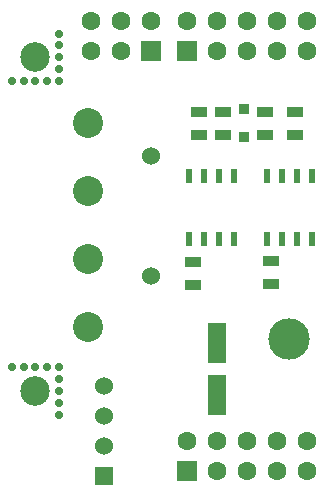
<source format=gbr>
G04 #@! TF.FileFunction,Soldermask,Bot*
%FSLAX46Y46*%
G04 Gerber Fmt 4.6, Leading zero omitted, Abs format (unit mm)*
G04 Created by KiCad (PCBNEW (2015-08-30 BZR 6133)-product) date Fr 30 Okt 2015 20:42:02 CET*
%MOMM*%
G01*
G04 APERTURE LIST*
%ADD10C,0.100000*%
%ADD11C,2.500000*%
%ADD12C,2.540000*%
%ADD13R,1.651000X1.651000*%
%ADD14C,1.600200*%
%ADD15C,3.500000*%
%ADD16R,1.397000X0.889000*%
%ADD17C,1.524000*%
%ADD18R,0.508000X1.143000*%
%ADD19R,1.524000X1.524000*%
%ADD20R,1.600200X3.500120*%
%ADD21R,0.914400X0.914400*%
%ADD22C,0.700000*%
G04 APERTURE END LIST*
D10*
D11*
X82650000Y-112070000D03*
X82650000Y-83820000D03*
D12*
X87114000Y-95156400D03*
X87120200Y-100896800D03*
X87114000Y-106637200D03*
D13*
X92448000Y-83320000D03*
D14*
X92448000Y-80780000D03*
X89908000Y-83320000D03*
X89908000Y-80780000D03*
X87368000Y-83320000D03*
X87368000Y-80780000D03*
D15*
X104132000Y-107704000D03*
D16*
X96512000Y-88463500D03*
X96512000Y-90368500D03*
D13*
X95496000Y-118880000D03*
D14*
X95496000Y-116340000D03*
X98036000Y-118880000D03*
X98036000Y-116340000D03*
X100576000Y-118880000D03*
X100576000Y-116340000D03*
X103116000Y-118880000D03*
X103116000Y-116340000D03*
X105656000Y-118880000D03*
X105656000Y-116340000D03*
D13*
X95496000Y-83320000D03*
D14*
X95496000Y-80780000D03*
X98036000Y-83320000D03*
X98036000Y-80780000D03*
X100576000Y-83320000D03*
X100576000Y-80780000D03*
X103116000Y-83320000D03*
X103116000Y-80780000D03*
X105656000Y-83320000D03*
X105656000Y-80780000D03*
D16*
X104640000Y-88463500D03*
X104640000Y-90368500D03*
X98544000Y-88463500D03*
X98544000Y-90368500D03*
X102100000Y-88463500D03*
X102100000Y-90368500D03*
D17*
X92448000Y-102370000D03*
X92448000Y-92210000D03*
D18*
X95623000Y-99195000D03*
X95623000Y-93861000D03*
X96893000Y-99195000D03*
X98163000Y-99195000D03*
X99433000Y-99195000D03*
X96893000Y-93861000D03*
X98163000Y-93861000D03*
X99433000Y-93861000D03*
D16*
X96004000Y-101163500D03*
X96004000Y-103068500D03*
X102608000Y-103005000D03*
X102608000Y-101100000D03*
D12*
X87114000Y-89416000D03*
D19*
X88434800Y-119286400D03*
D17*
X88434800Y-116746400D03*
X88434800Y-114206400D03*
X88434800Y-111666400D03*
D20*
X98036000Y-112443640D03*
X98036000Y-108044360D03*
D18*
X102227000Y-99195000D03*
X102227000Y-93861000D03*
X103497000Y-99195000D03*
X104767000Y-99195000D03*
X106037000Y-99195000D03*
X103497000Y-93861000D03*
X104767000Y-93861000D03*
X106037000Y-93861000D03*
D21*
X100322000Y-90592020D03*
X100322000Y-88239980D03*
D22*
X82650000Y-85820000D03*
X83650000Y-85820000D03*
X84650000Y-85820000D03*
X81650000Y-85820000D03*
X80650000Y-85820000D03*
X82650000Y-110070000D03*
X81650000Y-110070000D03*
X80650000Y-110070000D03*
X83650000Y-110070000D03*
X84650000Y-110070000D03*
X84650000Y-82820000D03*
X84650000Y-81820000D03*
X84650000Y-83820000D03*
X84650000Y-84820000D03*
X84650000Y-112070000D03*
X84650000Y-111070000D03*
X84650000Y-113070000D03*
X84650000Y-114070000D03*
M02*

</source>
